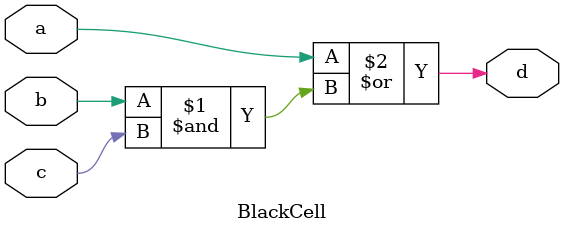
<source format=v>
module BlackCell(a,b,c,d);
input a,b,c;
output d;

assign d = a | (b & c);

endmodule 
</source>
